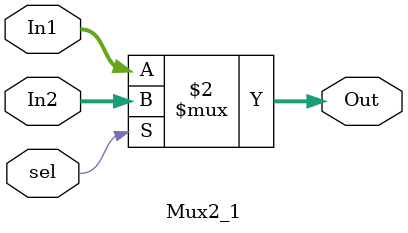
<source format=v>
`timescale 1ns / 1ps


module Mux2_1(
    In1,
    In2,
    sel,
    Out
    );
    parameter n = 32;
    input [n-1:0] In1;
    input [n-1:0] In2;
    input sel;
    output [n-1:0] Out;

    // reg [31:0] tmpOut;
    // assign Out = tmpOut;
    assign Out = (sel == 1'b0)? In1: In2;

        

endmodule

</source>
